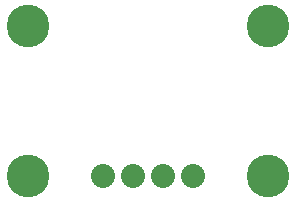
<source format=gbr>
G04 EAGLE Gerber RS-274X export*
G75*
%MOMM*%
%FSLAX34Y34*%
%LPD*%
%INSoldermask Bottom*%
%IPPOS*%
%AMOC8*
5,1,8,0,0,1.08239X$1,22.5*%
G01*
%ADD10C,3.617600*%
%ADD11C,2.032000*%


D10*
X25400Y152400D03*
X228600Y152400D03*
X25400Y25400D03*
X228600Y25400D03*
D11*
X88900Y25400D03*
X114300Y25400D03*
X139700Y25400D03*
X165100Y25400D03*
M02*

</source>
